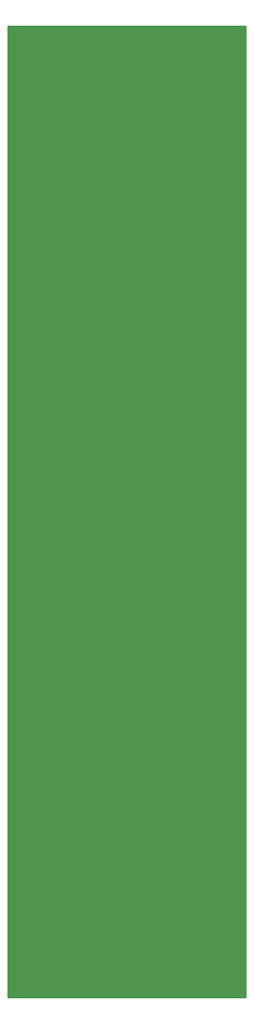
<source format=gbl>
%TF.GenerationSoftware,KiCad,Pcbnew,(6.0.5)*%
%TF.CreationDate,2022-09-08T21:16:29+02:00*%
%TF.ProjectId,Bissell-Bouten_Envelope-o-Matic_panel,42697373-656c-46c2-9d42-6f7574656e5f,1.0*%
%TF.SameCoordinates,Original*%
%TF.FileFunction,Copper,L2,Bot*%
%TF.FilePolarity,Positive*%
%FSLAX46Y46*%
G04 Gerber Fmt 4.6, Leading zero omitted, Abs format (unit mm)*
G04 Created by KiCad (PCBNEW (6.0.5)) date 2022-09-08 21:16:29*
%MOMM*%
%LPD*%
G01*
G04 APERTURE LIST*
%TA.AperFunction,ComponentPad*%
%ADD10C,0.400000*%
%TD*%
%TA.AperFunction,ComponentPad*%
%ADD11C,4.000000*%
%TD*%
%TA.AperFunction,ComponentPad*%
%ADD12C,0.600000*%
%TD*%
%TA.AperFunction,ComponentPad*%
%ADD13C,9.000000*%
%TD*%
%TA.AperFunction,ComponentPad*%
%ADD14C,10.000000*%
%TD*%
%TA.AperFunction,ComponentPad*%
%ADD15C,14.000000*%
%TD*%
%TA.AperFunction,ComponentPad*%
%ADD16C,8.500000*%
%TD*%
G04 APERTURE END LIST*
D10*
%TO.P,H4,1,1*%
%TO.N,GND*%
X76727208Y-44272792D03*
X79800000Y-43000000D03*
X79272792Y-44272792D03*
D11*
X78000000Y-43000000D03*
D10*
X78000000Y-44800000D03*
X76727208Y-41727208D03*
X76200000Y-43000000D03*
X78000000Y-41200000D03*
X79272792Y-41727208D03*
%TD*%
%TO.P,H1,1,1*%
%TO.N,GND*%
X76200000Y-237000000D03*
X79800000Y-237000000D03*
X76727208Y-238272792D03*
X79272792Y-238272792D03*
X78000000Y-235200000D03*
X79272792Y-235727208D03*
D11*
X78000000Y-237000000D03*
D10*
X76727208Y-235727208D03*
X78000000Y-238800000D03*
%TD*%
D12*
%TO.P,H14,1,1*%
%TO.N,GND*%
X96000000Y-157500000D03*
X100000000Y-161500000D03*
X97171573Y-154671573D03*
X100000000Y-153500000D03*
D13*
X100000000Y-157500000D03*
D12*
X104000000Y-157500000D03*
X102828427Y-160328427D03*
X102828427Y-154671573D03*
X97171573Y-160328427D03*
%TD*%
%TO.P,H5,1,1*%
%TO.N,GND*%
X110681981Y-176818019D03*
X103000000Y-180000000D03*
D14*
X107500000Y-180000000D03*
D12*
X110681981Y-183181981D03*
X104318019Y-176818019D03*
X107500000Y-175500000D03*
X104318019Y-183181981D03*
X112000000Y-180000000D03*
X107500000Y-184500000D03*
%TD*%
%TO.P,H13,1,1*%
%TO.N,GND*%
X96000000Y-65000000D03*
X102828427Y-67828427D03*
D13*
X100000000Y-65000000D03*
D12*
X97171573Y-62171573D03*
X102828427Y-62171573D03*
X100000000Y-69000000D03*
X104000000Y-65000000D03*
X100000000Y-61000000D03*
X97171573Y-67828427D03*
%TD*%
D15*
%TO.P,H10,1,1*%
%TO.N,GND*%
X87500000Y-195000000D03*
D12*
X91389087Y-191110913D03*
X93000000Y-195000000D03*
X82000000Y-195000000D03*
X83610913Y-198889087D03*
X91389087Y-198889087D03*
X83610913Y-191110913D03*
X87500000Y-189500000D03*
X87500000Y-200500000D03*
%TD*%
%TO.P,H11,1,1*%
%TO.N,GND*%
X108610913Y-198889087D03*
X112500000Y-189500000D03*
X107000000Y-195000000D03*
X116389087Y-198889087D03*
X108610913Y-191110913D03*
D15*
X112500000Y-195000000D03*
D12*
X116389087Y-191110913D03*
X118000000Y-195000000D03*
X112500000Y-200500000D03*
%TD*%
D11*
%TO.P,H2,1,1*%
%TO.N,GND*%
X122000000Y-237000000D03*
D10*
X122000000Y-238800000D03*
X122000000Y-235200000D03*
X123800000Y-237000000D03*
X123272792Y-235727208D03*
X123272792Y-238272792D03*
X120200000Y-237000000D03*
X120727208Y-238272792D03*
X120727208Y-235727208D03*
%TD*%
D14*
%TO.P,H6,1,1*%
%TO.N,GND*%
X117500000Y-180000000D03*
D12*
X113000000Y-180000000D03*
X122000000Y-180000000D03*
X117500000Y-175500000D03*
X114318019Y-183181981D03*
X120681981Y-176818019D03*
X117500000Y-184500000D03*
X120681981Y-183181981D03*
X114318019Y-176818019D03*
%TD*%
%TO.P,H9,1,1*%
%TO.N,GND*%
X93000000Y-220000000D03*
X83610913Y-216110913D03*
X87500000Y-225500000D03*
X82000000Y-220000000D03*
D15*
X87500000Y-220000000D03*
D12*
X91389087Y-216110913D03*
X87500000Y-214500000D03*
X91389087Y-223889087D03*
X83610913Y-223889087D03*
%TD*%
%TO.P,H15,1,1*%
%TO.N,GND*%
X104000000Y-107500000D03*
X100000000Y-111500000D03*
X102828427Y-104671573D03*
X102828427Y-110328427D03*
X97171573Y-110328427D03*
X100000000Y-103500000D03*
D13*
X100000000Y-107500000D03*
D12*
X97171573Y-104671573D03*
X96000000Y-107500000D03*
%TD*%
%TO.P,H8,1,1*%
%TO.N,GND*%
X108610913Y-223889087D03*
X112500000Y-214500000D03*
X116389087Y-223889087D03*
X108610913Y-216110913D03*
X116389087Y-216110913D03*
X118000000Y-220000000D03*
X112500000Y-225500000D03*
X107000000Y-220000000D03*
D15*
X112500000Y-220000000D03*
%TD*%
D12*
%TO.P,H7,1,1*%
%TO.N,GND*%
X92000000Y-180000000D03*
X84318019Y-176818019D03*
X90681981Y-183181981D03*
X84318019Y-183181981D03*
X87500000Y-175500000D03*
D14*
X87500000Y-180000000D03*
D12*
X90681981Y-176818019D03*
X83000000Y-180000000D03*
X87500000Y-184500000D03*
%TD*%
D10*
%TO.P,H3,1,1*%
%TO.N,GND*%
X120727208Y-41727208D03*
X120727208Y-44272792D03*
X123272792Y-44272792D03*
X122000000Y-44800000D03*
X123272792Y-41727208D03*
X120200000Y-43000000D03*
X123800000Y-43000000D03*
X122000000Y-41200000D03*
D11*
X122000000Y-43000000D03*
%TD*%
D12*
%TO.P,H12,1,1*%
%TO.N,GND*%
X100000000Y-136250000D03*
X97348350Y-129848350D03*
X102651650Y-135151650D03*
D16*
X100000000Y-132500000D03*
D12*
X96250000Y-132500000D03*
X97348350Y-135151650D03*
X103750000Y-132500000D03*
X100000000Y-128750000D03*
X102651650Y-129848350D03*
%TD*%
%TA.AperFunction,Conductor*%
%TO.N,GND*%
G36*
X124433621Y-40528502D02*
G01*
X124480114Y-40582158D01*
X124491500Y-40634500D01*
X124491500Y-239365500D01*
X124471498Y-239433621D01*
X124417842Y-239480114D01*
X124365500Y-239491500D01*
X75634500Y-239491500D01*
X75566379Y-239471498D01*
X75519886Y-239417842D01*
X75508500Y-239365500D01*
X75508500Y-40634500D01*
X75528502Y-40566379D01*
X75582158Y-40519886D01*
X75634500Y-40508500D01*
X124365500Y-40508500D01*
X124433621Y-40528502D01*
G37*
%TD.AperFunction*%
%TD*%
M02*

</source>
